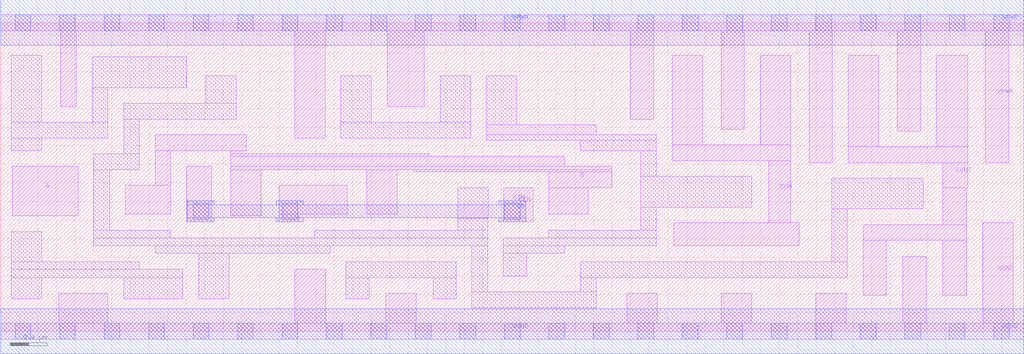
<source format=lef>
# Copyright 2020 The SkyWater PDK Authors
#
# Licensed under the Apache License, Version 2.0 (the "License");
# you may not use this file except in compliance with the License.
# You may obtain a copy of the License at
#
#     https://www.apache.org/licenses/LICENSE-2.0
#
# Unless required by applicable law or agreed to in writing, software
# distributed under the License is distributed on an "AS IS" BASIS,
# WITHOUT WARRANTIES OR CONDITIONS OF ANY KIND, either express or implied.
# See the License for the specific language governing permissions and
# limitations under the License.
#
# SPDX-License-Identifier: Apache-2.0

VERSION 5.7 ;
  NAMESCASESENSITIVE ON ;
  NOWIREEXTENSIONATPIN ON ;
  DIVIDERCHAR "/" ;
  BUSBITCHARS "[]" ;
UNITS
  DATABASE MICRONS 200 ;
END UNITS
MACRO sky130_fd_sc_hs__fa_4
  CLASS CORE ;
  SOURCE USER ;
  FOREIGN sky130_fd_sc_hs__fa_4 ;
  ORIGIN  0.000000  0.000000 ;
  SIZE  11.04000 BY  3.330000 ;
  SYMMETRY X Y ;
  SITE unit ;
  PIN A
    ANTENNAGATEAREA  1.044000 ;
    DIRECTION INPUT ;
    USE SIGNAL ;
    PORT
      LAYER li1 ;
        RECT 0.125000 1.245000 0.835000 1.780000 ;
    END
  END A
  PIN B
    ANTENNAGATEAREA  1.044000 ;
    DIRECTION INPUT ;
    USE SIGNAL ;
    PORT
      LAYER li1 ;
        RECT 1.345000 1.260000 1.835000 1.575000 ;
        RECT 1.665000 1.575000 1.835000 1.950000 ;
        RECT 1.665000 1.950000 2.650000 2.120000 ;
        RECT 2.480000 1.245000 2.810000 1.745000 ;
        RECT 2.480000 1.745000 6.595000 1.780000 ;
        RECT 2.480000 1.780000 6.085000 1.890000 ;
        RECT 2.480000 1.890000 4.620000 1.915000 ;
        RECT 2.480000 1.915000 2.650000 1.950000 ;
        RECT 3.950000 1.260000 4.280000 1.745000 ;
        RECT 4.450000 1.720000 6.595000 1.745000 ;
        RECT 5.915000 1.260000 6.340000 1.550000 ;
        RECT 5.915000 1.550000 6.595000 1.720000 ;
    END
  END B
  PIN CIN
    ANTENNAGATEAREA  0.783000 ;
    DIRECTION INPUT ;
    USE SIGNAL ;
    PORT
      LAYER li1 ;
        RECT 2.005000 1.180000 2.275000 1.780000 ;
        RECT 3.005000 1.180000 3.215000 1.260000 ;
        RECT 3.005000 1.260000 3.740000 1.575000 ;
        RECT 5.430000 1.180000 5.745000 1.550000 ;
      LAYER mcon ;
        RECT 2.075000 1.210000 2.245000 1.380000 ;
        RECT 3.035000 1.210000 3.205000 1.380000 ;
        RECT 5.435000 1.210000 5.605000 1.380000 ;
      LAYER met1 ;
        RECT 2.015000 1.180000 2.305000 1.225000 ;
        RECT 2.015000 1.225000 5.665000 1.365000 ;
        RECT 2.015000 1.365000 2.305000 1.410000 ;
        RECT 2.975000 1.180000 3.265000 1.225000 ;
        RECT 2.975000 1.365000 3.265000 1.410000 ;
        RECT 5.375000 1.180000 5.665000 1.225000 ;
        RECT 5.375000 1.365000 5.665000 1.410000 ;
    END
  END CIN
  PIN COUT
    ANTENNADIFFAREA  1.086400 ;
    DIRECTION OUTPUT ;
    USE SIGNAL ;
    PORT
      LAYER li1 ;
        RECT  9.145000 1.820000 10.435000 1.990000 ;
        RECT  9.145000 1.990000  9.475000 2.980000 ;
        RECT  9.305000 0.390000  9.555000 0.980000 ;
        RECT  9.305000 0.980000 10.425000 1.150000 ;
        RECT 10.095000 1.990000 10.435000 2.980000 ;
        RECT 10.165000 0.390000 10.425000 0.980000 ;
        RECT 10.165000 1.150000 10.425000 1.550000 ;
        RECT 10.165000 1.550000 10.435000 1.820000 ;
    END
  END COUT
  PIN SUM
    ANTENNADIFFAREA  1.086400 ;
    DIRECTION OUTPUT ;
    USE SIGNAL ;
    PORT
      LAYER li1 ;
        RECT 7.245000 1.840000 8.525000 2.010000 ;
        RECT 7.245000 2.010000 7.575000 2.980000 ;
        RECT 7.265000 0.920000 8.615000 1.170000 ;
        RECT 8.195000 2.010000 8.525000 2.980000 ;
        RECT 8.285000 1.170000 8.525000 1.840000 ;
    END
  END SUM
  PIN VGND
    DIRECTION INOUT ;
    USE GROUND ;
    PORT
      LAYER li1 ;
        RECT  0.000000 -0.085000 11.040000 0.085000 ;
        RECT  0.625000  0.085000  1.155000 0.410000 ;
        RECT  3.175000  0.085000  3.505000 0.670000 ;
        RECT  4.155000  0.085000  4.485000 0.410000 ;
        RECT  6.755000  0.085000  7.085000 0.410000 ;
        RECT  7.775000  0.085000  8.105000 0.410000 ;
        RECT  8.795000  0.085000  9.125000 0.410000 ;
        RECT  9.735000  0.085000  9.985000 0.810000 ;
        RECT 10.595000  0.085000 10.925000 1.170000 ;
      LAYER mcon ;
        RECT  0.155000 -0.085000  0.325000 0.085000 ;
        RECT  0.635000 -0.085000  0.805000 0.085000 ;
        RECT  1.115000 -0.085000  1.285000 0.085000 ;
        RECT  1.595000 -0.085000  1.765000 0.085000 ;
        RECT  2.075000 -0.085000  2.245000 0.085000 ;
        RECT  2.555000 -0.085000  2.725000 0.085000 ;
        RECT  3.035000 -0.085000  3.205000 0.085000 ;
        RECT  3.515000 -0.085000  3.685000 0.085000 ;
        RECT  3.995000 -0.085000  4.165000 0.085000 ;
        RECT  4.475000 -0.085000  4.645000 0.085000 ;
        RECT  4.955000 -0.085000  5.125000 0.085000 ;
        RECT  5.435000 -0.085000  5.605000 0.085000 ;
        RECT  5.915000 -0.085000  6.085000 0.085000 ;
        RECT  6.395000 -0.085000  6.565000 0.085000 ;
        RECT  6.875000 -0.085000  7.045000 0.085000 ;
        RECT  7.355000 -0.085000  7.525000 0.085000 ;
        RECT  7.835000 -0.085000  8.005000 0.085000 ;
        RECT  8.315000 -0.085000  8.485000 0.085000 ;
        RECT  8.795000 -0.085000  8.965000 0.085000 ;
        RECT  9.275000 -0.085000  9.445000 0.085000 ;
        RECT  9.755000 -0.085000  9.925000 0.085000 ;
        RECT 10.235000 -0.085000 10.405000 0.085000 ;
        RECT 10.715000 -0.085000 10.885000 0.085000 ;
      LAYER met1 ;
        RECT 0.000000 -0.245000 11.040000 0.245000 ;
    END
  END VGND
  PIN VPWR
    DIRECTION INOUT ;
    USE POWER ;
    PORT
      LAYER li1 ;
        RECT  0.000000 3.245000 11.040000 3.415000 ;
        RECT  0.645000 2.425000  0.815000 3.245000 ;
        RECT  3.170000 2.085000  3.500000 3.245000 ;
        RECT  4.170000 2.425000  4.570000 3.245000 ;
        RECT  6.795000 2.290000  7.045000 3.245000 ;
        RECT  7.775000 2.180000  8.025000 3.245000 ;
        RECT  8.725000 1.820000  8.975000 3.245000 ;
        RECT  9.675000 2.160000  9.925000 3.245000 ;
        RECT 10.625000 1.820000 10.875000 3.245000 ;
      LAYER mcon ;
        RECT  0.155000 3.245000  0.325000 3.415000 ;
        RECT  0.635000 3.245000  0.805000 3.415000 ;
        RECT  1.115000 3.245000  1.285000 3.415000 ;
        RECT  1.595000 3.245000  1.765000 3.415000 ;
        RECT  2.075000 3.245000  2.245000 3.415000 ;
        RECT  2.555000 3.245000  2.725000 3.415000 ;
        RECT  3.035000 3.245000  3.205000 3.415000 ;
        RECT  3.515000 3.245000  3.685000 3.415000 ;
        RECT  3.995000 3.245000  4.165000 3.415000 ;
        RECT  4.475000 3.245000  4.645000 3.415000 ;
        RECT  4.955000 3.245000  5.125000 3.415000 ;
        RECT  5.435000 3.245000  5.605000 3.415000 ;
        RECT  5.915000 3.245000  6.085000 3.415000 ;
        RECT  6.395000 3.245000  6.565000 3.415000 ;
        RECT  6.875000 3.245000  7.045000 3.415000 ;
        RECT  7.355000 3.245000  7.525000 3.415000 ;
        RECT  7.835000 3.245000  8.005000 3.415000 ;
        RECT  8.315000 3.245000  8.485000 3.415000 ;
        RECT  8.795000 3.245000  8.965000 3.415000 ;
        RECT  9.275000 3.245000  9.445000 3.415000 ;
        RECT  9.755000 3.245000  9.925000 3.415000 ;
        RECT 10.235000 3.245000 10.405000 3.415000 ;
        RECT 10.715000 3.245000 10.885000 3.415000 ;
      LAYER met1 ;
        RECT 0.000000 3.085000 11.040000 3.575000 ;
    END
  END VPWR
  OBS
    LAYER li1 ;
      RECT 0.115000 0.350000 0.445000 0.580000 ;
      RECT 0.115000 0.580000 1.965000 0.670000 ;
      RECT 0.115000 0.670000 1.495000 0.750000 ;
      RECT 0.115000 0.750000 0.445000 1.075000 ;
      RECT 0.115000 1.950000 0.445000 2.085000 ;
      RECT 0.115000 2.085000 1.155000 2.255000 ;
      RECT 0.115000 2.255000 0.445000 2.980000 ;
      RECT 0.985000 2.255000 1.155000 2.630000 ;
      RECT 0.985000 2.630000 2.005000 2.960000 ;
      RECT 1.005000 0.920000 5.255000 1.010000 ;
      RECT 1.005000 1.010000 1.835000 1.090000 ;
      RECT 1.005000 1.090000 1.175000 1.745000 ;
      RECT 1.005000 1.745000 1.495000 1.915000 ;
      RECT 1.325000 0.350000 1.965000 0.580000 ;
      RECT 1.325000 1.915000 1.495000 2.290000 ;
      RECT 1.325000 2.290000 2.540000 2.460000 ;
      RECT 1.665000 0.840000 3.555000 0.920000 ;
      RECT 2.135000 0.350000 2.465000 0.840000 ;
      RECT 2.210000 2.460000 2.540000 2.755000 ;
      RECT 3.385000 1.010000 5.255000 1.090000 ;
      RECT 3.670000 2.085000 5.070000 2.255000 ;
      RECT 3.670000 2.255000 4.000000 2.755000 ;
      RECT 3.725000 0.350000 3.975000 0.580000 ;
      RECT 3.725000 0.580000 4.915000 0.750000 ;
      RECT 4.665000 0.350000 4.915000 0.580000 ;
      RECT 4.740000 2.255000 5.070000 2.755000 ;
      RECT 4.930000 1.090000 5.255000 1.220000 ;
      RECT 4.930000 1.220000 5.260000 1.550000 ;
      RECT 5.085000 0.255000 6.425000 0.425000 ;
      RECT 5.085000 0.425000 5.255000 0.920000 ;
      RECT 5.240000 2.060000 7.075000 2.120000 ;
      RECT 5.240000 2.120000 6.425000 2.230000 ;
      RECT 5.240000 2.230000 5.570000 2.755000 ;
      RECT 5.425000 0.595000 5.675000 0.840000 ;
      RECT 5.425000 0.840000 6.085000 0.920000 ;
      RECT 5.425000 0.920000 7.075000 1.010000 ;
      RECT 5.915000 1.010000 7.075000 1.090000 ;
      RECT 6.255000 0.425000 6.425000 0.580000 ;
      RECT 6.255000 0.580000 9.135000 0.750000 ;
      RECT 6.255000 1.950000 7.075000 2.060000 ;
      RECT 6.905000 1.090000 7.075000 1.340000 ;
      RECT 6.905000 1.340000 8.105000 1.670000 ;
      RECT 6.905000 1.670000 7.075000 1.950000 ;
      RECT 8.965000 0.750000 9.135000 1.320000 ;
      RECT 8.965000 1.320000 9.955000 1.650000 ;
  END
END sky130_fd_sc_hs__fa_4

</source>
